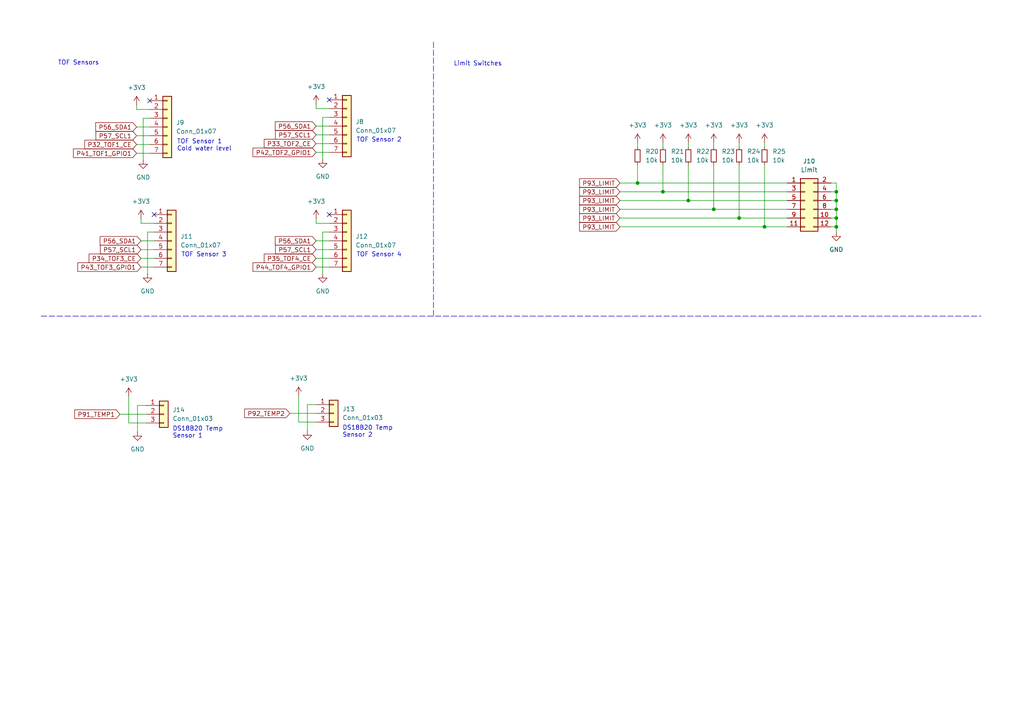
<source format=kicad_sch>
(kicad_sch (version 20211123) (generator eeschema)

  (uuid cde9b67d-606a-4190-9ac0-16a1240d246c)

  (paper "A4")

  (lib_symbols
    (symbol "Connector_Generic:Conn_01x03" (pin_names (offset 1.016) hide) (in_bom yes) (on_board yes)
      (property "Reference" "J" (id 0) (at 0 5.08 0)
        (effects (font (size 1.27 1.27)))
      )
      (property "Value" "Conn_01x03" (id 1) (at 0 -5.08 0)
        (effects (font (size 1.27 1.27)))
      )
      (property "Footprint" "" (id 2) (at 0 0 0)
        (effects (font (size 1.27 1.27)) hide)
      )
      (property "Datasheet" "~" (id 3) (at 0 0 0)
        (effects (font (size 1.27 1.27)) hide)
      )
      (property "ki_keywords" "connector" (id 4) (at 0 0 0)
        (effects (font (size 1.27 1.27)) hide)
      )
      (property "ki_description" "Generic connector, single row, 01x03, script generated (kicad-library-utils/schlib/autogen/connector/)" (id 5) (at 0 0 0)
        (effects (font (size 1.27 1.27)) hide)
      )
      (property "ki_fp_filters" "Connector*:*_1x??_*" (id 6) (at 0 0 0)
        (effects (font (size 1.27 1.27)) hide)
      )
      (symbol "Conn_01x03_1_1"
        (rectangle (start -1.27 -2.413) (end 0 -2.667)
          (stroke (width 0.1524) (type default) (color 0 0 0 0))
          (fill (type none))
        )
        (rectangle (start -1.27 0.127) (end 0 -0.127)
          (stroke (width 0.1524) (type default) (color 0 0 0 0))
          (fill (type none))
        )
        (rectangle (start -1.27 2.667) (end 0 2.413)
          (stroke (width 0.1524) (type default) (color 0 0 0 0))
          (fill (type none))
        )
        (rectangle (start -1.27 3.81) (end 1.27 -3.81)
          (stroke (width 0.254) (type default) (color 0 0 0 0))
          (fill (type background))
        )
        (pin passive line (at -5.08 2.54 0) (length 3.81)
          (name "Pin_1" (effects (font (size 1.27 1.27))))
          (number "1" (effects (font (size 1.27 1.27))))
        )
        (pin passive line (at -5.08 0 0) (length 3.81)
          (name "Pin_2" (effects (font (size 1.27 1.27))))
          (number "2" (effects (font (size 1.27 1.27))))
        )
        (pin passive line (at -5.08 -2.54 0) (length 3.81)
          (name "Pin_3" (effects (font (size 1.27 1.27))))
          (number "3" (effects (font (size 1.27 1.27))))
        )
      )
    )
    (symbol "Connector_Generic:Conn_01x07" (pin_names (offset 1.016) hide) (in_bom yes) (on_board yes)
      (property "Reference" "J" (id 0) (at 0 10.16 0)
        (effects (font (size 1.27 1.27)))
      )
      (property "Value" "Conn_01x07" (id 1) (at 0 -10.16 0)
        (effects (font (size 1.27 1.27)))
      )
      (property "Footprint" "" (id 2) (at 0 0 0)
        (effects (font (size 1.27 1.27)) hide)
      )
      (property "Datasheet" "~" (id 3) (at 0 0 0)
        (effects (font (size 1.27 1.27)) hide)
      )
      (property "ki_keywords" "connector" (id 4) (at 0 0 0)
        (effects (font (size 1.27 1.27)) hide)
      )
      (property "ki_description" "Generic connector, single row, 01x07, script generated (kicad-library-utils/schlib/autogen/connector/)" (id 5) (at 0 0 0)
        (effects (font (size 1.27 1.27)) hide)
      )
      (property "ki_fp_filters" "Connector*:*_1x??_*" (id 6) (at 0 0 0)
        (effects (font (size 1.27 1.27)) hide)
      )
      (symbol "Conn_01x07_1_1"
        (rectangle (start -1.27 -7.493) (end 0 -7.747)
          (stroke (width 0.1524) (type default) (color 0 0 0 0))
          (fill (type none))
        )
        (rectangle (start -1.27 -4.953) (end 0 -5.207)
          (stroke (width 0.1524) (type default) (color 0 0 0 0))
          (fill (type none))
        )
        (rectangle (start -1.27 -2.413) (end 0 -2.667)
          (stroke (width 0.1524) (type default) (color 0 0 0 0))
          (fill (type none))
        )
        (rectangle (start -1.27 0.127) (end 0 -0.127)
          (stroke (width 0.1524) (type default) (color 0 0 0 0))
          (fill (type none))
        )
        (rectangle (start -1.27 2.667) (end 0 2.413)
          (stroke (width 0.1524) (type default) (color 0 0 0 0))
          (fill (type none))
        )
        (rectangle (start -1.27 5.207) (end 0 4.953)
          (stroke (width 0.1524) (type default) (color 0 0 0 0))
          (fill (type none))
        )
        (rectangle (start -1.27 7.747) (end 0 7.493)
          (stroke (width 0.1524) (type default) (color 0 0 0 0))
          (fill (type none))
        )
        (rectangle (start -1.27 8.89) (end 1.27 -8.89)
          (stroke (width 0.254) (type default) (color 0 0 0 0))
          (fill (type background))
        )
        (pin passive line (at -5.08 7.62 0) (length 3.81)
          (name "Pin_1" (effects (font (size 1.27 1.27))))
          (number "1" (effects (font (size 1.27 1.27))))
        )
        (pin passive line (at -5.08 5.08 0) (length 3.81)
          (name "Pin_2" (effects (font (size 1.27 1.27))))
          (number "2" (effects (font (size 1.27 1.27))))
        )
        (pin passive line (at -5.08 2.54 0) (length 3.81)
          (name "Pin_3" (effects (font (size 1.27 1.27))))
          (number "3" (effects (font (size 1.27 1.27))))
        )
        (pin passive line (at -5.08 0 0) (length 3.81)
          (name "Pin_4" (effects (font (size 1.27 1.27))))
          (number "4" (effects (font (size 1.27 1.27))))
        )
        (pin passive line (at -5.08 -2.54 0) (length 3.81)
          (name "Pin_5" (effects (font (size 1.27 1.27))))
          (number "5" (effects (font (size 1.27 1.27))))
        )
        (pin passive line (at -5.08 -5.08 0) (length 3.81)
          (name "Pin_6" (effects (font (size 1.27 1.27))))
          (number "6" (effects (font (size 1.27 1.27))))
        )
        (pin passive line (at -5.08 -7.62 0) (length 3.81)
          (name "Pin_7" (effects (font (size 1.27 1.27))))
          (number "7" (effects (font (size 1.27 1.27))))
        )
      )
    )
    (symbol "Connector_Generic:Conn_02x06_Odd_Even" (pin_names (offset 1.016) hide) (in_bom yes) (on_board yes)
      (property "Reference" "J" (id 0) (at 1.27 7.62 0)
        (effects (font (size 1.27 1.27)))
      )
      (property "Value" "Conn_02x06_Odd_Even" (id 1) (at 1.27 -10.16 0)
        (effects (font (size 1.27 1.27)))
      )
      (property "Footprint" "" (id 2) (at 0 0 0)
        (effects (font (size 1.27 1.27)) hide)
      )
      (property "Datasheet" "~" (id 3) (at 0 0 0)
        (effects (font (size 1.27 1.27)) hide)
      )
      (property "ki_keywords" "connector" (id 4) (at 0 0 0)
        (effects (font (size 1.27 1.27)) hide)
      )
      (property "ki_description" "Generic connector, double row, 02x06, odd/even pin numbering scheme (row 1 odd numbers, row 2 even numbers), script generated (kicad-library-utils/schlib/autogen/connector/)" (id 5) (at 0 0 0)
        (effects (font (size 1.27 1.27)) hide)
      )
      (property "ki_fp_filters" "Connector*:*_2x??_*" (id 6) (at 0 0 0)
        (effects (font (size 1.27 1.27)) hide)
      )
      (symbol "Conn_02x06_Odd_Even_1_1"
        (rectangle (start -1.27 -7.493) (end 0 -7.747)
          (stroke (width 0.1524) (type default) (color 0 0 0 0))
          (fill (type none))
        )
        (rectangle (start -1.27 -4.953) (end 0 -5.207)
          (stroke (width 0.1524) (type default) (color 0 0 0 0))
          (fill (type none))
        )
        (rectangle (start -1.27 -2.413) (end 0 -2.667)
          (stroke (width 0.1524) (type default) (color 0 0 0 0))
          (fill (type none))
        )
        (rectangle (start -1.27 0.127) (end 0 -0.127)
          (stroke (width 0.1524) (type default) (color 0 0 0 0))
          (fill (type none))
        )
        (rectangle (start -1.27 2.667) (end 0 2.413)
          (stroke (width 0.1524) (type default) (color 0 0 0 0))
          (fill (type none))
        )
        (rectangle (start -1.27 5.207) (end 0 4.953)
          (stroke (width 0.1524) (type default) (color 0 0 0 0))
          (fill (type none))
        )
        (rectangle (start -1.27 6.35) (end 3.81 -8.89)
          (stroke (width 0.254) (type default) (color 0 0 0 0))
          (fill (type background))
        )
        (rectangle (start 3.81 -7.493) (end 2.54 -7.747)
          (stroke (width 0.1524) (type default) (color 0 0 0 0))
          (fill (type none))
        )
        (rectangle (start 3.81 -4.953) (end 2.54 -5.207)
          (stroke (width 0.1524) (type default) (color 0 0 0 0))
          (fill (type none))
        )
        (rectangle (start 3.81 -2.413) (end 2.54 -2.667)
          (stroke (width 0.1524) (type default) (color 0 0 0 0))
          (fill (type none))
        )
        (rectangle (start 3.81 0.127) (end 2.54 -0.127)
          (stroke (width 0.1524) (type default) (color 0 0 0 0))
          (fill (type none))
        )
        (rectangle (start 3.81 2.667) (end 2.54 2.413)
          (stroke (width 0.1524) (type default) (color 0 0 0 0))
          (fill (type none))
        )
        (rectangle (start 3.81 5.207) (end 2.54 4.953)
          (stroke (width 0.1524) (type default) (color 0 0 0 0))
          (fill (type none))
        )
        (pin passive line (at -5.08 5.08 0) (length 3.81)
          (name "Pin_1" (effects (font (size 1.27 1.27))))
          (number "1" (effects (font (size 1.27 1.27))))
        )
        (pin passive line (at 7.62 -5.08 180) (length 3.81)
          (name "Pin_10" (effects (font (size 1.27 1.27))))
          (number "10" (effects (font (size 1.27 1.27))))
        )
        (pin passive line (at -5.08 -7.62 0) (length 3.81)
          (name "Pin_11" (effects (font (size 1.27 1.27))))
          (number "11" (effects (font (size 1.27 1.27))))
        )
        (pin passive line (at 7.62 -7.62 180) (length 3.81)
          (name "Pin_12" (effects (font (size 1.27 1.27))))
          (number "12" (effects (font (size 1.27 1.27))))
        )
        (pin passive line (at 7.62 5.08 180) (length 3.81)
          (name "Pin_2" (effects (font (size 1.27 1.27))))
          (number "2" (effects (font (size 1.27 1.27))))
        )
        (pin passive line (at -5.08 2.54 0) (length 3.81)
          (name "Pin_3" (effects (font (size 1.27 1.27))))
          (number "3" (effects (font (size 1.27 1.27))))
        )
        (pin passive line (at 7.62 2.54 180) (length 3.81)
          (name "Pin_4" (effects (font (size 1.27 1.27))))
          (number "4" (effects (font (size 1.27 1.27))))
        )
        (pin passive line (at -5.08 0 0) (length 3.81)
          (name "Pin_5" (effects (font (size 1.27 1.27))))
          (number "5" (effects (font (size 1.27 1.27))))
        )
        (pin passive line (at 7.62 0 180) (length 3.81)
          (name "Pin_6" (effects (font (size 1.27 1.27))))
          (number "6" (effects (font (size 1.27 1.27))))
        )
        (pin passive line (at -5.08 -2.54 0) (length 3.81)
          (name "Pin_7" (effects (font (size 1.27 1.27))))
          (number "7" (effects (font (size 1.27 1.27))))
        )
        (pin passive line (at 7.62 -2.54 180) (length 3.81)
          (name "Pin_8" (effects (font (size 1.27 1.27))))
          (number "8" (effects (font (size 1.27 1.27))))
        )
        (pin passive line (at -5.08 -5.08 0) (length 3.81)
          (name "Pin_9" (effects (font (size 1.27 1.27))))
          (number "9" (effects (font (size 1.27 1.27))))
        )
      )
    )
    (symbol "Device:R_Small" (pin_numbers hide) (pin_names (offset 0.254) hide) (in_bom yes) (on_board yes)
      (property "Reference" "R" (id 0) (at 0.762 0.508 0)
        (effects (font (size 1.27 1.27)) (justify left))
      )
      (property "Value" "R_Small" (id 1) (at 0.762 -1.016 0)
        (effects (font (size 1.27 1.27)) (justify left))
      )
      (property "Footprint" "" (id 2) (at 0 0 0)
        (effects (font (size 1.27 1.27)) hide)
      )
      (property "Datasheet" "~" (id 3) (at 0 0 0)
        (effects (font (size 1.27 1.27)) hide)
      )
      (property "ki_keywords" "R resistor" (id 4) (at 0 0 0)
        (effects (font (size 1.27 1.27)) hide)
      )
      (property "ki_description" "Resistor, small symbol" (id 5) (at 0 0 0)
        (effects (font (size 1.27 1.27)) hide)
      )
      (property "ki_fp_filters" "R_*" (id 6) (at 0 0 0)
        (effects (font (size 1.27 1.27)) hide)
      )
      (symbol "R_Small_0_1"
        (rectangle (start -0.762 1.778) (end 0.762 -1.778)
          (stroke (width 0.2032) (type default) (color 0 0 0 0))
          (fill (type none))
        )
      )
      (symbol "R_Small_1_1"
        (pin passive line (at 0 2.54 270) (length 0.762)
          (name "~" (effects (font (size 1.27 1.27))))
          (number "1" (effects (font (size 1.27 1.27))))
        )
        (pin passive line (at 0 -2.54 90) (length 0.762)
          (name "~" (effects (font (size 1.27 1.27))))
          (number "2" (effects (font (size 1.27 1.27))))
        )
      )
    )
    (symbol "power:+3.3V" (power) (pin_names (offset 0)) (in_bom yes) (on_board yes)
      (property "Reference" "#PWR" (id 0) (at 0 -3.81 0)
        (effects (font (size 1.27 1.27)) hide)
      )
      (property "Value" "+3.3V" (id 1) (at 0 3.556 0)
        (effects (font (size 1.27 1.27)))
      )
      (property "Footprint" "" (id 2) (at 0 0 0)
        (effects (font (size 1.27 1.27)) hide)
      )
      (property "Datasheet" "" (id 3) (at 0 0 0)
        (effects (font (size 1.27 1.27)) hide)
      )
      (property "ki_keywords" "power-flag" (id 4) (at 0 0 0)
        (effects (font (size 1.27 1.27)) hide)
      )
      (property "ki_description" "Power symbol creates a global label with name \"+3.3V\"" (id 5) (at 0 0 0)
        (effects (font (size 1.27 1.27)) hide)
      )
      (symbol "+3.3V_0_1"
        (polyline
          (pts
            (xy -0.762 1.27)
            (xy 0 2.54)
          )
          (stroke (width 0) (type default) (color 0 0 0 0))
          (fill (type none))
        )
        (polyline
          (pts
            (xy 0 0)
            (xy 0 2.54)
          )
          (stroke (width 0) (type default) (color 0 0 0 0))
          (fill (type none))
        )
        (polyline
          (pts
            (xy 0 2.54)
            (xy 0.762 1.27)
          )
          (stroke (width 0) (type default) (color 0 0 0 0))
          (fill (type none))
        )
      )
      (symbol "+3.3V_1_1"
        (pin power_in line (at 0 0 90) (length 0) hide
          (name "+3V3" (effects (font (size 1.27 1.27))))
          (number "1" (effects (font (size 1.27 1.27))))
        )
      )
    )
    (symbol "power:GND" (power) (pin_names (offset 0)) (in_bom yes) (on_board yes)
      (property "Reference" "#PWR" (id 0) (at 0 -6.35 0)
        (effects (font (size 1.27 1.27)) hide)
      )
      (property "Value" "GND" (id 1) (at 0 -3.81 0)
        (effects (font (size 1.27 1.27)))
      )
      (property "Footprint" "" (id 2) (at 0 0 0)
        (effects (font (size 1.27 1.27)) hide)
      )
      (property "Datasheet" "" (id 3) (at 0 0 0)
        (effects (font (size 1.27 1.27)) hide)
      )
      (property "ki_keywords" "power-flag" (id 4) (at 0 0 0)
        (effects (font (size 1.27 1.27)) hide)
      )
      (property "ki_description" "Power symbol creates a global label with name \"GND\" , ground" (id 5) (at 0 0 0)
        (effects (font (size 1.27 1.27)) hide)
      )
      (symbol "GND_0_1"
        (polyline
          (pts
            (xy 0 0)
            (xy 0 -1.27)
            (xy 1.27 -1.27)
            (xy 0 -2.54)
            (xy -1.27 -1.27)
            (xy 0 -1.27)
          )
          (stroke (width 0) (type default) (color 0 0 0 0))
          (fill (type none))
        )
      )
      (symbol "GND_1_1"
        (pin power_in line (at 0 0 270) (length 0) hide
          (name "GND" (effects (font (size 1.27 1.27))))
          (number "1" (effects (font (size 1.27 1.27))))
        )
      )
    )
  )

  (junction (at 184.912 53.086) (diameter 0) (color 0 0 0 0)
    (uuid 043e80f0-d383-4ce8-a49c-fb0d3ad61584)
  )
  (junction (at 242.57 58.166) (diameter 0) (color 0 0 0 0)
    (uuid 16a7ae0c-f59f-4c93-9190-da5f35bfdf12)
  )
  (junction (at 214.376 63.246) (diameter 0) (color 0 0 0 0)
    (uuid 7f4966bf-e64e-41ae-838a-819043bcec13)
  )
  (junction (at 192.278 55.626) (diameter 0) (color 0 0 0 0)
    (uuid 8a637a44-1041-4436-86e5-21773cae7ec7)
  )
  (junction (at 207.01 60.706) (diameter 0) (color 0 0 0 0)
    (uuid 8abbe09a-28d4-49e2-be4a-46aed9a112f4)
  )
  (junction (at 242.57 60.706) (diameter 0) (color 0 0 0 0)
    (uuid 8e0737f5-7ffc-49c3-ac10-ab0674a4f078)
  )
  (junction (at 242.57 63.246) (diameter 0) (color 0 0 0 0)
    (uuid b8963ed9-3703-45a9-b466-1ae2058587eb)
  )
  (junction (at 242.57 65.786) (diameter 0) (color 0 0 0 0)
    (uuid bb28af07-2613-4719-8da2-98c54932515f)
  )
  (junction (at 199.644 58.166) (diameter 0) (color 0 0 0 0)
    (uuid d0c83b1c-1e14-4d0a-942a-3f8c4dc9a2d0)
  )
  (junction (at 221.742 65.786) (diameter 0) (color 0 0 0 0)
    (uuid e2edbf2e-7178-463d-9e62-b4fe94899bc0)
  )
  (junction (at 242.57 55.626) (diameter 0) (color 0 0 0 0)
    (uuid e81a0a0a-c31e-42cd-abbe-5c5a613b001e)
  )

  (no_connect (at 44.704 62.23) (uuid 6fad49d6-cf8b-4197-a88c-f59e0baf3eda))
  (no_connect (at 95.504 62.23) (uuid 8dc116dc-c704-48e6-8e4e-51b4dd80e3e4))
  (no_connect (at 43.434 29.21) (uuid b5425e24-95b7-4c86-b8c5-c524597b99a7))
  (no_connect (at 95.504 28.956) (uuid c91dc1e9-6db0-4d02-9a75-0636193aead6))

  (wire (pts (xy 242.57 55.626) (xy 242.57 58.166))
    (stroke (width 0) (type default) (color 0 0 0 0))
    (uuid 06f3195f-df02-45da-87cb-90e72b46d460)
  )
  (wire (pts (xy 41.529 46.355) (xy 41.529 34.29))
    (stroke (width 0) (type default) (color 0 0 0 0))
    (uuid 07e42061-a1df-4341-83c1-e7cfbcdc4a4d)
  )
  (wire (pts (xy 89.154 117.348) (xy 89.154 124.968))
    (stroke (width 0) (type default) (color 0 0 0 0))
    (uuid 0a15726e-ad9e-460f-a0bb-204a9a8b74ba)
  )
  (wire (pts (xy 41.529 34.29) (xy 43.434 34.29))
    (stroke (width 0) (type default) (color 0 0 0 0))
    (uuid 12d29b71-3455-4bfb-85dd-68b9368494c5)
  )
  (wire (pts (xy 91.694 31.496) (xy 91.694 30.226))
    (stroke (width 0) (type default) (color 0 0 0 0))
    (uuid 15b4fe75-85ab-46b8-a68b-cd2a6d2071d0)
  )
  (wire (pts (xy 242.57 60.706) (xy 242.57 63.246))
    (stroke (width 0) (type default) (color 0 0 0 0))
    (uuid 164f8a12-df74-4bdc-b27d-f39fc9bd6191)
  )
  (wire (pts (xy 179.832 60.706) (xy 207.01 60.706))
    (stroke (width 0) (type default) (color 0 0 0 0))
    (uuid 1cbef65a-c31e-4109-9352-d7b0e96ba9bf)
  )
  (wire (pts (xy 184.912 41.402) (xy 184.912 42.672))
    (stroke (width 0) (type default) (color 0 0 0 0))
    (uuid 1e268f2a-6b14-4c39-95ac-75848b7a8af5)
  )
  (wire (pts (xy 84.074 119.888) (xy 91.694 119.888))
    (stroke (width 0) (type default) (color 0 0 0 0))
    (uuid 1eb66883-d642-4560-9be4-b74ea5192efb)
  )
  (wire (pts (xy 242.57 63.246) (xy 242.57 65.786))
    (stroke (width 0) (type default) (color 0 0 0 0))
    (uuid 1f23c983-ad43-43cf-888c-6e1a0a449824)
  )
  (wire (pts (xy 199.644 58.166) (xy 228.346 58.166))
    (stroke (width 0) (type default) (color 0 0 0 0))
    (uuid 24b1b784-0f7a-45a2-8359-b6affa5de739)
  )
  (wire (pts (xy 91.694 36.576) (xy 95.504 36.576))
    (stroke (width 0) (type default) (color 0 0 0 0))
    (uuid 282ccf7f-42e4-4614-bd53-9fc7c5b73191)
  )
  (wire (pts (xy 207.01 41.402) (xy 207.01 42.672))
    (stroke (width 0) (type default) (color 0 0 0 0))
    (uuid 28ac9882-2780-41e7-83fb-a133cd999690)
  )
  (wire (pts (xy 91.694 122.428) (xy 86.614 122.428))
    (stroke (width 0) (type default) (color 0 0 0 0))
    (uuid 29a0804f-16fc-47df-9b61-2e1ae9c6cafb)
  )
  (wire (pts (xy 34.798 120.142) (xy 42.418 120.142))
    (stroke (width 0) (type default) (color 0 0 0 0))
    (uuid 2a4e6766-aaa6-432c-a3f1-cf167dfe0b0d)
  )
  (wire (pts (xy 93.599 79.375) (xy 93.599 67.31))
    (stroke (width 0) (type default) (color 0 0 0 0))
    (uuid 2a70284b-f6e4-4364-98ec-df893f2522fa)
  )
  (wire (pts (xy 42.799 79.375) (xy 42.799 67.31))
    (stroke (width 0) (type default) (color 0 0 0 0))
    (uuid 2ed6eb16-2a2e-4b33-ace9-e844c664dc85)
  )
  (wire (pts (xy 40.894 64.77) (xy 44.704 64.77))
    (stroke (width 0) (type default) (color 0 0 0 0))
    (uuid 33910a34-1508-40ec-8a40-4a718b63091e)
  )
  (wire (pts (xy 241.046 63.246) (xy 242.57 63.246))
    (stroke (width 0) (type default) (color 0 0 0 0))
    (uuid 36d889eb-7cd0-41b2-a947-e9f9146b35f2)
  )
  (wire (pts (xy 241.046 55.626) (xy 242.57 55.626))
    (stroke (width 0) (type default) (color 0 0 0 0))
    (uuid 36e4c463-3e85-436f-aaa4-84772984177c)
  )
  (wire (pts (xy 221.742 41.402) (xy 221.742 42.672))
    (stroke (width 0) (type default) (color 0 0 0 0))
    (uuid 3a4752a6-d0f5-4e41-bf51-fe7f40174ba2)
  )
  (wire (pts (xy 40.894 74.93) (xy 44.704 74.93))
    (stroke (width 0) (type default) (color 0 0 0 0))
    (uuid 3ac74045-afa4-4542-8037-cd03c60497b4)
  )
  (wire (pts (xy 179.832 55.626) (xy 192.278 55.626))
    (stroke (width 0) (type default) (color 0 0 0 0))
    (uuid 3c43f647-7f91-48c1-86e0-b31ce0a759c2)
  )
  (wire (pts (xy 93.599 67.31) (xy 95.504 67.31))
    (stroke (width 0) (type default) (color 0 0 0 0))
    (uuid 3e1f8527-d6e7-4cc5-92ec-b88af26c23ae)
  )
  (wire (pts (xy 199.644 47.752) (xy 199.644 58.166))
    (stroke (width 0) (type default) (color 0 0 0 0))
    (uuid 3fbc228a-b666-4e9a-9884-a4284234f583)
  )
  (wire (pts (xy 199.644 41.402) (xy 199.644 42.672))
    (stroke (width 0) (type default) (color 0 0 0 0))
    (uuid 469a3993-846d-438f-8591-06c61f066635)
  )
  (wire (pts (xy 39.624 31.75) (xy 39.624 30.48))
    (stroke (width 0) (type default) (color 0 0 0 0))
    (uuid 471aa9ef-61e4-436f-9bd3-a7d14b8783ae)
  )
  (wire (pts (xy 214.376 47.752) (xy 214.376 63.246))
    (stroke (width 0) (type default) (color 0 0 0 0))
    (uuid 4a60b3c1-b71c-4c58-b2bc-0507afbf24d4)
  )
  (wire (pts (xy 184.912 47.752) (xy 184.912 53.086))
    (stroke (width 0) (type default) (color 0 0 0 0))
    (uuid 4e23b6f2-a30c-403a-bf67-fe3252f32b23)
  )
  (wire (pts (xy 241.046 65.786) (xy 242.57 65.786))
    (stroke (width 0) (type default) (color 0 0 0 0))
    (uuid 4ed71c88-3a99-48c0-a596-ca10c8e5aaa7)
  )
  (wire (pts (xy 91.694 117.348) (xy 89.154 117.348))
    (stroke (width 0) (type default) (color 0 0 0 0))
    (uuid 4fe75acf-4538-4812-9654-d0e906f28b33)
  )
  (wire (pts (xy 39.624 44.45) (xy 43.434 44.45))
    (stroke (width 0) (type default) (color 0 0 0 0))
    (uuid 50931027-2cda-4a4a-8b98-88b7711c7d75)
  )
  (wire (pts (xy 42.418 117.602) (xy 39.878 117.602))
    (stroke (width 0) (type default) (color 0 0 0 0))
    (uuid 53a4fa21-e6f4-4a82-8d6c-0f5aaf0f487e)
  )
  (wire (pts (xy 179.832 58.166) (xy 199.644 58.166))
    (stroke (width 0) (type default) (color 0 0 0 0))
    (uuid 54b86d96-c566-4d87-83cc-ab5747fcc995)
  )
  (wire (pts (xy 179.832 65.786) (xy 221.742 65.786))
    (stroke (width 0) (type default) (color 0 0 0 0))
    (uuid 56913bfc-3585-478b-a4c1-bc041781ba95)
  )
  (wire (pts (xy 221.742 47.752) (xy 221.742 65.786))
    (stroke (width 0) (type default) (color 0 0 0 0))
    (uuid 5e34f27b-0ca2-4916-8c38-0ddd4bcc20ac)
  )
  (wire (pts (xy 241.046 58.166) (xy 242.57 58.166))
    (stroke (width 0) (type default) (color 0 0 0 0))
    (uuid 5edb8504-8cd8-4a2b-b48c-aa3d0c19ec8d)
  )
  (wire (pts (xy 40.894 69.85) (xy 44.704 69.85))
    (stroke (width 0) (type default) (color 0 0 0 0))
    (uuid 631315b2-52d4-412b-81b2-06e9d92ecf0d)
  )
  (polyline (pts (xy 126.238 91.694) (xy 284.48 91.694))
    (stroke (width 0) (type default) (color 0 0 0 0))
    (uuid 633c922d-31dd-4e47-be63-42c5e4890943)
  )

  (wire (pts (xy 91.694 44.196) (xy 95.504 44.196))
    (stroke (width 0) (type default) (color 0 0 0 0))
    (uuid 64c03a28-2e71-4cf1-b7b7-ea0bbb76b89e)
  )
  (wire (pts (xy 192.278 41.402) (xy 192.278 42.672))
    (stroke (width 0) (type default) (color 0 0 0 0))
    (uuid 66f7b431-676c-4e0b-9861-fb916490603e)
  )
  (wire (pts (xy 242.57 53.086) (xy 242.57 55.626))
    (stroke (width 0) (type default) (color 0 0 0 0))
    (uuid 69387aca-7458-4d59-b034-bf0fa0b92155)
  )
  (wire (pts (xy 221.742 65.786) (xy 228.346 65.786))
    (stroke (width 0) (type default) (color 0 0 0 0))
    (uuid 6d183b05-4fb9-4c4c-a889-ee272fe45fb5)
  )
  (wire (pts (xy 179.832 53.086) (xy 184.912 53.086))
    (stroke (width 0) (type default) (color 0 0 0 0))
    (uuid 6f3d842d-3d19-4dc3-be0c-e8227d4a0c5f)
  )
  (wire (pts (xy 214.376 41.402) (xy 214.376 42.672))
    (stroke (width 0) (type default) (color 0 0 0 0))
    (uuid 72e6869b-8506-4f5e-89e7-5e0729d535eb)
  )
  (polyline (pts (xy 125.73 12.192) (xy 125.73 91.694))
    (stroke (width 0) (type default) (color 0 0 0 0))
    (uuid 73d23959-49ae-4b2d-9afb-c958a0b699c2)
  )

  (wire (pts (xy 241.046 53.086) (xy 242.57 53.086))
    (stroke (width 0) (type default) (color 0 0 0 0))
    (uuid 74198ee2-3953-4077-b5d4-f56fe3c924af)
  )
  (polyline (pts (xy 11.938 91.694) (xy 125.73 91.694))
    (stroke (width 0) (type default) (color 0 0 0 0))
    (uuid 7609ed3c-91cb-4c70-a2ce-fdccee63cc1f)
  )

  (wire (pts (xy 39.624 31.75) (xy 43.434 31.75))
    (stroke (width 0) (type default) (color 0 0 0 0))
    (uuid 82fdb403-e63b-4119-a1bb-14b87e7b9a44)
  )
  (wire (pts (xy 91.694 39.116) (xy 95.504 39.116))
    (stroke (width 0) (type default) (color 0 0 0 0))
    (uuid 88db0f04-f780-4a2d-848b-74f6e118167c)
  )
  (wire (pts (xy 40.894 77.47) (xy 44.704 77.47))
    (stroke (width 0) (type default) (color 0 0 0 0))
    (uuid 89fccc15-e7b6-4487-a46e-a1f9ca8e307c)
  )
  (wire (pts (xy 207.01 60.706) (xy 228.346 60.706))
    (stroke (width 0) (type default) (color 0 0 0 0))
    (uuid 8b48e7fb-8906-49ef-8c54-cb84e09e7eba)
  )
  (wire (pts (xy 39.624 41.91) (xy 43.434 41.91))
    (stroke (width 0) (type default) (color 0 0 0 0))
    (uuid 920c3bfd-7979-4654-b4d5-31c9a4db5cf4)
  )
  (wire (pts (xy 192.278 47.752) (xy 192.278 55.626))
    (stroke (width 0) (type default) (color 0 0 0 0))
    (uuid 933d7f57-c08f-4e77-a3e8-226d3fdec3d3)
  )
  (wire (pts (xy 37.338 122.682) (xy 37.338 115.062))
    (stroke (width 0) (type default) (color 0 0 0 0))
    (uuid 9f6637f6-ad43-43d3-af99-dd5366c716f5)
  )
  (wire (pts (xy 91.694 72.39) (xy 95.504 72.39))
    (stroke (width 0) (type default) (color 0 0 0 0))
    (uuid 9fc957c8-4faf-4f98-80e2-1301a4a847d5)
  )
  (wire (pts (xy 93.599 46.101) (xy 93.599 34.036))
    (stroke (width 0) (type default) (color 0 0 0 0))
    (uuid a0b20035-232d-4d67-baf9-914750296e21)
  )
  (wire (pts (xy 242.57 58.166) (xy 242.57 60.706))
    (stroke (width 0) (type default) (color 0 0 0 0))
    (uuid a5f69ca6-573e-4855-ab3f-84de4f65ad3d)
  )
  (wire (pts (xy 91.694 77.47) (xy 95.504 77.47))
    (stroke (width 0) (type default) (color 0 0 0 0))
    (uuid a8125aff-3482-4ab3-8da7-a870a1c7f5d0)
  )
  (wire (pts (xy 86.614 122.428) (xy 86.614 114.808))
    (stroke (width 0) (type default) (color 0 0 0 0))
    (uuid ae0eea95-8cba-4b4d-a3d5-849a3ef9d4dd)
  )
  (wire (pts (xy 192.278 55.626) (xy 228.346 55.626))
    (stroke (width 0) (type default) (color 0 0 0 0))
    (uuid b18c17b0-9d84-456d-944d-3afe050eea4c)
  )
  (wire (pts (xy 184.912 53.086) (xy 228.346 53.086))
    (stroke (width 0) (type default) (color 0 0 0 0))
    (uuid b205cd03-34be-46b5-ab1c-d6ac673b3385)
  )
  (wire (pts (xy 179.832 63.246) (xy 214.376 63.246))
    (stroke (width 0) (type default) (color 0 0 0 0))
    (uuid b21febc1-1909-49d6-bedf-92d04563bf89)
  )
  (wire (pts (xy 40.894 64.77) (xy 40.894 63.5))
    (stroke (width 0) (type default) (color 0 0 0 0))
    (uuid b2269b42-b730-4d8a-b5e9-0d1730080673)
  )
  (wire (pts (xy 241.046 60.706) (xy 242.57 60.706))
    (stroke (width 0) (type default) (color 0 0 0 0))
    (uuid b3022a60-0bf5-43a8-b396-07486e3d19b7)
  )
  (wire (pts (xy 42.418 122.682) (xy 37.338 122.682))
    (stroke (width 0) (type default) (color 0 0 0 0))
    (uuid bd23ed1f-6210-4410-a92b-c9c1913ff2f4)
  )
  (wire (pts (xy 39.624 36.83) (xy 43.434 36.83))
    (stroke (width 0) (type default) (color 0 0 0 0))
    (uuid bee40efc-9bbc-4dbb-ae29-211eec6e191e)
  )
  (wire (pts (xy 91.694 69.85) (xy 95.504 69.85))
    (stroke (width 0) (type default) (color 0 0 0 0))
    (uuid c0858477-1415-4849-a046-0fb1a0f5d5d6)
  )
  (wire (pts (xy 93.599 34.036) (xy 95.504 34.036))
    (stroke (width 0) (type default) (color 0 0 0 0))
    (uuid c095209d-4ca2-47f0-b234-698c0c7627fb)
  )
  (wire (pts (xy 91.694 64.77) (xy 95.504 64.77))
    (stroke (width 0) (type default) (color 0 0 0 0))
    (uuid c6a947b0-2d2d-44db-93e2-d34a2342f21b)
  )
  (wire (pts (xy 42.799 67.31) (xy 44.704 67.31))
    (stroke (width 0) (type default) (color 0 0 0 0))
    (uuid cc5c50fd-48dc-4674-a0fb-389c554a27fa)
  )
  (wire (pts (xy 39.624 39.37) (xy 43.434 39.37))
    (stroke (width 0) (type default) (color 0 0 0 0))
    (uuid d00c47b5-7a80-487f-95e7-17ec253b142d)
  )
  (wire (pts (xy 214.376 63.246) (xy 228.346 63.246))
    (stroke (width 0) (type default) (color 0 0 0 0))
    (uuid d078432d-b56e-48b7-9cc4-5b4ca3075954)
  )
  (wire (pts (xy 242.57 65.786) (xy 242.57 67.31))
    (stroke (width 0) (type default) (color 0 0 0 0))
    (uuid d4747c8d-44f5-4858-a80e-6de7281ce712)
  )
  (wire (pts (xy 207.01 47.752) (xy 207.01 60.706))
    (stroke (width 0) (type default) (color 0 0 0 0))
    (uuid d5472a80-ad33-461d-acc1-bac80c9d585d)
  )
  (wire (pts (xy 91.694 31.496) (xy 95.504 31.496))
    (stroke (width 0) (type default) (color 0 0 0 0))
    (uuid e28ec2d9-bfa1-476c-947f-8384203a6620)
  )
  (wire (pts (xy 91.694 41.656) (xy 95.504 41.656))
    (stroke (width 0) (type default) (color 0 0 0 0))
    (uuid e40136ac-2a73-4ef7-8954-c5f48c69065f)
  )
  (wire (pts (xy 39.878 117.602) (xy 39.878 125.222))
    (stroke (width 0) (type default) (color 0 0 0 0))
    (uuid e660d253-5795-40f9-9dd0-56e35342d9a7)
  )
  (wire (pts (xy 40.894 72.39) (xy 44.704 72.39))
    (stroke (width 0) (type default) (color 0 0 0 0))
    (uuid ed4ab2e4-039b-4500-bf61-dbd1c168b1cd)
  )
  (wire (pts (xy 91.694 74.93) (xy 95.504 74.93))
    (stroke (width 0) (type default) (color 0 0 0 0))
    (uuid f84a8eff-788d-440a-a97f-43a63825c617)
  )
  (wire (pts (xy 91.694 64.77) (xy 91.694 63.5))
    (stroke (width 0) (type default) (color 0 0 0 0))
    (uuid fc0459d1-0804-4bf6-8890-7ffe710f9f7c)
  )

  (text "TOF Sensor 4" (at 103.378 74.676 0)
    (effects (font (size 1.27 1.27)) (justify left bottom))
    (uuid 03dc16e4-fb32-4495-8af9-7691eb3e6a8b)
  )
  (text "TOF Sensors" (at 16.764 19.05 0)
    (effects (font (size 1.27 1.27)) (justify left bottom))
    (uuid 051228b3-8445-44d2-954a-c91f8ad44394)
  )
  (text "TOF Sensor 1\nCold water level" (at 51.308 43.942 0)
    (effects (font (size 1.27 1.27)) (justify left bottom))
    (uuid 1fbc015d-793d-495f-b58e-f468c98d71f6)
  )
  (text "TOF Sensor 2" (at 103.378 41.402 0)
    (effects (font (size 1.27 1.27)) (justify left bottom))
    (uuid 3288c8bc-1d5a-44c3-94b9-a0b4ebd312f1)
  )
  (text "TOF Sensor 3" (at 52.578 74.676 0)
    (effects (font (size 1.27 1.27)) (justify left bottom))
    (uuid 572afd87-1bb2-4d9b-9e86-49d78d24098b)
  )
  (text "DS18B20 Temp\nSensor 2" (at 99.314 127 0)
    (effects (font (size 1.27 1.27)) (justify left bottom))
    (uuid 69b07a6c-2978-4714-8c26-5095a24ad9e9)
  )
  (text "DS18B20 Temp\nSensor 1" (at 50.038 127.254 0)
    (effects (font (size 1.27 1.27)) (justify left bottom))
    (uuid b8886f59-0254-427f-b1a2-44ea88827799)
  )
  (text "Limit Switches" (at 131.572 19.304 0)
    (effects (font (size 1.27 1.27)) (justify left bottom))
    (uuid e6f2ccf6-1662-4dbd-97a4-305c963a8b63)
  )

  (global_label "P57_SCL1" (shape input) (at 91.694 39.116 180) (fields_autoplaced)
    (effects (font (size 1.27 1.27)) (justify right))
    (uuid 09d351ea-6dc1-4b93-a59b-6624477b511f)
    (property "Intersheet References" "${INTERSHEET_REFS}" (id 0) (at 79.9071 39.0366 0)
      (effects (font (size 1.27 1.27)) (justify right) hide)
    )
  )
  (global_label "P42_TOF2_GPIO1" (shape input) (at 91.694 44.196 180) (fields_autoplaced)
    (effects (font (size 1.27 1.27)) (justify right))
    (uuid 102dbdfb-9f42-4ec7-9dd2-7d81a9ad3519)
    (property "Intersheet References" "${INTERSHEET_REFS}" (id 0) (at 73.3757 44.1166 0)
      (effects (font (size 1.27 1.27)) (justify right) hide)
    )
  )
  (global_label "P93_LIMIT" (shape input) (at 179.832 60.706 180) (fields_autoplaced)
    (effects (font (size 1.27 1.27)) (justify right))
    (uuid 149d6939-bb1f-4ded-bcb8-fb924d010f61)
    (property "Intersheet References" "${INTERSHEET_REFS}" (id 0) (at 168.1056 60.6266 0)
      (effects (font (size 1.27 1.27)) (justify right) hide)
    )
  )
  (global_label "P56_SDA1" (shape input) (at 39.624 36.83 180) (fields_autoplaced)
    (effects (font (size 1.27 1.27)) (justify right))
    (uuid 3b6616ff-744f-4ae4-983e-9e04495445c1)
    (property "Intersheet References" "${INTERSHEET_REFS}" (id 0) (at 27.7766 36.7506 0)
      (effects (font (size 1.27 1.27)) (justify right) hide)
    )
  )
  (global_label "P56_SDA1" (shape input) (at 40.894 69.85 180) (fields_autoplaced)
    (effects (font (size 1.27 1.27)) (justify right))
    (uuid 47864ba0-4fad-463d-a0ba-f64239e0bae2)
    (property "Intersheet References" "${INTERSHEET_REFS}" (id 0) (at 29.0466 69.7706 0)
      (effects (font (size 1.27 1.27)) (justify right) hide)
    )
  )
  (global_label "P56_SDA1" (shape input) (at 91.694 69.85 180) (fields_autoplaced)
    (effects (font (size 1.27 1.27)) (justify right))
    (uuid 48f6c59f-bdd9-4d22-be56-dc667df7a39c)
    (property "Intersheet References" "${INTERSHEET_REFS}" (id 0) (at 79.8466 69.7706 0)
      (effects (font (size 1.27 1.27)) (justify right) hide)
    )
  )
  (global_label "P34_TOF3_CE" (shape input) (at 40.894 74.93 180) (fields_autoplaced)
    (effects (font (size 1.27 1.27)) (justify right))
    (uuid 4df507d1-463a-4cf6-b8b4-2c9362944554)
    (property "Intersheet References" "${INTERSHEET_REFS}" (id 0) (at 25.8414 74.8506 0)
      (effects (font (size 1.27 1.27)) (justify right) hide)
    )
  )
  (global_label "P43_TOF3_GPIO1" (shape input) (at 40.894 77.47 180) (fields_autoplaced)
    (effects (font (size 1.27 1.27)) (justify right))
    (uuid 54f25457-dab7-472f-886c-af30675c5502)
    (property "Intersheet References" "${INTERSHEET_REFS}" (id 0) (at 22.5757 77.3906 0)
      (effects (font (size 1.27 1.27)) (justify right) hide)
    )
  )
  (global_label "P35_TOF4_CE" (shape input) (at 91.694 74.93 180) (fields_autoplaced)
    (effects (font (size 1.27 1.27)) (justify right))
    (uuid 5c5f9c50-a207-42ee-a918-6a04a055cc76)
    (property "Intersheet References" "${INTERSHEET_REFS}" (id 0) (at 76.6414 74.8506 0)
      (effects (font (size 1.27 1.27)) (justify right) hide)
    )
  )
  (global_label "P56_SDA1" (shape input) (at 91.694 36.576 180) (fields_autoplaced)
    (effects (font (size 1.27 1.27)) (justify right))
    (uuid 62fc07fc-4e72-4bd8-85a8-afd7eb169ff5)
    (property "Intersheet References" "${INTERSHEET_REFS}" (id 0) (at 79.8466 36.4966 0)
      (effects (font (size 1.27 1.27)) (justify right) hide)
    )
  )
  (global_label "P44_TOF4_GPIO1" (shape input) (at 91.694 77.47 180) (fields_autoplaced)
    (effects (font (size 1.27 1.27)) (justify right))
    (uuid 6b6a1569-cf61-4244-bbf1-f9376d44fe5e)
    (property "Intersheet References" "${INTERSHEET_REFS}" (id 0) (at 73.3757 77.3906 0)
      (effects (font (size 1.27 1.27)) (justify right) hide)
    )
  )
  (global_label "P93_LIMIT" (shape input) (at 179.832 63.246 180) (fields_autoplaced)
    (effects (font (size 1.27 1.27)) (justify right))
    (uuid 6e38867a-90cb-49a5-8f59-b2a92dc2bb29)
    (property "Intersheet References" "${INTERSHEET_REFS}" (id 0) (at 168.1056 63.1666 0)
      (effects (font (size 1.27 1.27)) (justify right) hide)
    )
  )
  (global_label "P92_TEMP2" (shape input) (at 84.074 119.888 180) (fields_autoplaced)
    (effects (font (size 1.27 1.27)) (justify right))
    (uuid 784606e9-0c08-467d-bba9-61b3093c95e8)
    (property "Intersheet References" "${INTERSHEET_REFS}" (id 0) (at 70.9566 119.8086 0)
      (effects (font (size 1.27 1.27)) (justify right) hide)
    )
  )
  (global_label "P57_SCL1" (shape input) (at 40.894 72.39 180) (fields_autoplaced)
    (effects (font (size 1.27 1.27)) (justify right))
    (uuid 7c7d2e94-f94b-436c-90a6-c5ecd1e26091)
    (property "Intersheet References" "${INTERSHEET_REFS}" (id 0) (at 29.1071 72.3106 0)
      (effects (font (size 1.27 1.27)) (justify right) hide)
    )
  )
  (global_label "P91_TEMP1" (shape input) (at 34.798 120.142 180) (fields_autoplaced)
    (effects (font (size 1.27 1.27)) (justify right))
    (uuid 8dec6220-231f-437f-a354-6cd37b99692e)
    (property "Intersheet References" "${INTERSHEET_REFS}" (id 0) (at 21.6806 120.0626 0)
      (effects (font (size 1.27 1.27)) (justify right) hide)
    )
  )
  (global_label "P32_TOF1_CE" (shape input) (at 39.624 41.91 180) (fields_autoplaced)
    (effects (font (size 1.27 1.27)) (justify right))
    (uuid a549f4f0-1df7-4d34-96e0-0a99ebe66035)
    (property "Intersheet References" "${INTERSHEET_REFS}" (id 0) (at 24.5714 41.8306 0)
      (effects (font (size 1.27 1.27)) (justify right) hide)
    )
  )
  (global_label "P57_SCL1" (shape input) (at 91.694 72.39 180) (fields_autoplaced)
    (effects (font (size 1.27 1.27)) (justify right))
    (uuid c0bf62e7-a60a-4bb3-b34a-2daf337582f5)
    (property "Intersheet References" "${INTERSHEET_REFS}" (id 0) (at 79.9071 72.3106 0)
      (effects (font (size 1.27 1.27)) (justify right) hide)
    )
  )
  (global_label "P93_LIMIT" (shape input) (at 179.832 58.166 180) (fields_autoplaced)
    (effects (font (size 1.27 1.27)) (justify right))
    (uuid c27ed297-6d8f-467d-af9e-9db396320613)
    (property "Intersheet References" "${INTERSHEET_REFS}" (id 0) (at 168.1056 58.0866 0)
      (effects (font (size 1.27 1.27)) (justify right) hide)
    )
  )
  (global_label "P93_LIMIT" (shape input) (at 179.832 55.626 180) (fields_autoplaced)
    (effects (font (size 1.27 1.27)) (justify right))
    (uuid cbb82c83-18ba-4e2a-8e77-2b136a478da2)
    (property "Intersheet References" "${INTERSHEET_REFS}" (id 0) (at 168.1056 55.5466 0)
      (effects (font (size 1.27 1.27)) (justify right) hide)
    )
  )
  (global_label "P57_SCL1" (shape input) (at 39.624 39.37 180) (fields_autoplaced)
    (effects (font (size 1.27 1.27)) (justify right))
    (uuid cf262dc7-f552-4782-95a9-2be0fb89daec)
    (property "Intersheet References" "${INTERSHEET_REFS}" (id 0) (at 27.8371 39.2906 0)
      (effects (font (size 1.27 1.27)) (justify right) hide)
    )
  )
  (global_label "P41_TOF1_GPIO1" (shape input) (at 39.624 44.45 180) (fields_autoplaced)
    (effects (font (size 1.27 1.27)) (justify right))
    (uuid e988eed1-2801-4974-9173-909d5fe27d6a)
    (property "Intersheet References" "${INTERSHEET_REFS}" (id 0) (at 21.3057 44.3706 0)
      (effects (font (size 1.27 1.27)) (justify right) hide)
    )
  )
  (global_label "P33_TOF2_CE" (shape input) (at 91.694 41.656 180) (fields_autoplaced)
    (effects (font (size 1.27 1.27)) (justify right))
    (uuid eec38e69-1cdd-4b5b-af4a-148e98cb9b84)
    (property "Intersheet References" "${INTERSHEET_REFS}" (id 0) (at 76.6414 41.5766 0)
      (effects (font (size 1.27 1.27)) (justify right) hide)
    )
  )
  (global_label "P93_LIMIT" (shape input) (at 179.832 65.786 180) (fields_autoplaced)
    (effects (font (size 1.27 1.27)) (justify right))
    (uuid f30a3ae8-19ad-4917-9855-c07746595fa6)
    (property "Intersheet References" "${INTERSHEET_REFS}" (id 0) (at 168.1056 65.7066 0)
      (effects (font (size 1.27 1.27)) (justify right) hide)
    )
  )
  (global_label "P93_LIMIT" (shape input) (at 179.832 53.086 180) (fields_autoplaced)
    (effects (font (size 1.27 1.27)) (justify right))
    (uuid f8ffb27a-b298-4db6-a4a8-e9c7149389ea)
    (property "Intersheet References" "${INTERSHEET_REFS}" (id 0) (at 168.1056 53.0066 0)
      (effects (font (size 1.27 1.27)) (justify right) hide)
    )
  )

  (symbol (lib_id "Device:R_Small") (at 184.912 45.212 0) (unit 1)
    (in_bom yes) (on_board yes) (fields_autoplaced)
    (uuid 08053e9c-efbf-4a4f-96f8-679e1f451800)
    (property "Reference" "R20" (id 0) (at 187.198 43.9419 0)
      (effects (font (size 1.27 1.27)) (justify left))
    )
    (property "Value" "10k" (id 1) (at 187.198 46.4819 0)
      (effects (font (size 1.27 1.27)) (justify left))
    )
    (property "Footprint" "Resistor_SMD:R_0805_2012Metric" (id 2) (at 184.912 45.212 0)
      (effects (font (size 1.27 1.27)) hide)
    )
    (property "Datasheet" "~" (id 3) (at 184.912 45.212 0)
      (effects (font (size 1.27 1.27)) hide)
    )
    (pin "1" (uuid 97fb691a-0b9b-43a8-b8e2-40a32f78d16b))
    (pin "2" (uuid c115dcdf-7078-40bd-ab82-0d21e6d725ea))
  )

  (symbol (lib_id "power:+3.3V") (at 91.694 63.5 0) (unit 1)
    (in_bom yes) (on_board yes) (fields_autoplaced)
    (uuid 08f9bcd8-fa87-40da-a340-19bc87445a43)
    (property "Reference" "#PWR0163" (id 0) (at 91.694 67.31 0)
      (effects (font (size 1.27 1.27)) hide)
    )
    (property "Value" "+3.3V" (id 1) (at 91.694 58.42 0))
    (property "Footprint" "" (id 2) (at 91.694 63.5 0)
      (effects (font (size 1.27 1.27)) hide)
    )
    (property "Datasheet" "" (id 3) (at 91.694 63.5 0)
      (effects (font (size 1.27 1.27)) hide)
    )
    (pin "1" (uuid bd78912c-5446-4042-833a-f1582d9d3181))
  )

  (symbol (lib_id "power:GND") (at 42.799 79.375 0) (unit 1)
    (in_bom yes) (on_board yes) (fields_autoplaced)
    (uuid 171e4562-415f-4428-a1db-afcd272ce3dd)
    (property "Reference" "#PWR0161" (id 0) (at 42.799 85.725 0)
      (effects (font (size 1.27 1.27)) hide)
    )
    (property "Value" "GND" (id 1) (at 42.799 84.455 0))
    (property "Footprint" "" (id 2) (at 42.799 79.375 0)
      (effects (font (size 1.27 1.27)) hide)
    )
    (property "Datasheet" "" (id 3) (at 42.799 79.375 0)
      (effects (font (size 1.27 1.27)) hide)
    )
    (pin "1" (uuid bfabaa5b-0081-4151-bd39-553ec941262b))
  )

  (symbol (lib_id "Connector_Generic:Conn_01x07") (at 48.514 36.83 0) (unit 1)
    (in_bom yes) (on_board yes) (fields_autoplaced)
    (uuid 24523c88-698a-4005-b71a-7e895cbeeb4e)
    (property "Reference" "J9" (id 0) (at 51.054 35.5599 0)
      (effects (font (size 1.27 1.27)) (justify left))
    )
    (property "Value" "Conn_01x07" (id 1) (at 51.054 38.0999 0)
      (effects (font (size 1.27 1.27)) (justify left))
    )
    (property "Footprint" "Connector_PinSocket_2.54mm:PinSocket_1x07_P2.54mm_Vertical" (id 2) (at 48.514 36.83 0)
      (effects (font (size 1.27 1.27)) hide)
    )
    (property "Datasheet" "~" (id 3) (at 48.514 36.83 0)
      (effects (font (size 1.27 1.27)) hide)
    )
    (pin "1" (uuid 78d452fd-64b9-4b54-8856-88e4918de87c))
    (pin "2" (uuid c724148a-fd21-4968-8be2-2fd5fe35a9b4))
    (pin "3" (uuid fde558d7-4672-400d-8bef-927b659e5ce5))
    (pin "4" (uuid 5b6b18eb-d05e-4408-bc6c-71931d116dca))
    (pin "5" (uuid 7f7e6914-8f32-4026-a367-f8c8ccc4dbaf))
    (pin "6" (uuid 6b4ab5b6-d800-450b-98d5-648ea7364aea))
    (pin "7" (uuid 9b976bf7-a358-4e57-afef-42e4bf83f7f2))
  )

  (symbol (lib_id "power:+3.3V") (at 86.614 114.808 0) (unit 1)
    (in_bom yes) (on_board yes) (fields_autoplaced)
    (uuid 25fb7672-b5cd-4f34-98ce-f3467f964b9e)
    (property "Reference" "#PWR0156" (id 0) (at 86.614 118.618 0)
      (effects (font (size 1.27 1.27)) hide)
    )
    (property "Value" "+3.3V" (id 1) (at 86.614 109.728 0))
    (property "Footprint" "" (id 2) (at 86.614 114.808 0)
      (effects (font (size 1.27 1.27)) hide)
    )
    (property "Datasheet" "" (id 3) (at 86.614 114.808 0)
      (effects (font (size 1.27 1.27)) hide)
    )
    (pin "1" (uuid 1b2a9125-700a-4cb9-acbf-e419b6adfc13))
  )

  (symbol (lib_id "power:+3.3V") (at 39.624 30.48 0) (unit 1)
    (in_bom yes) (on_board yes) (fields_autoplaced)
    (uuid 34ae8815-e986-451d-94d4-50074d08e77c)
    (property "Reference" "#PWR0154" (id 0) (at 39.624 34.29 0)
      (effects (font (size 1.27 1.27)) hide)
    )
    (property "Value" "+3.3V" (id 1) (at 39.624 25.4 0))
    (property "Footprint" "" (id 2) (at 39.624 30.48 0)
      (effects (font (size 1.27 1.27)) hide)
    )
    (property "Datasheet" "" (id 3) (at 39.624 30.48 0)
      (effects (font (size 1.27 1.27)) hide)
    )
    (pin "1" (uuid c8eb164f-84b8-468e-95e3-a5e2909c5a1d))
  )

  (symbol (lib_id "Device:R_Small") (at 214.376 45.212 0) (unit 1)
    (in_bom yes) (on_board yes) (fields_autoplaced)
    (uuid 36dec101-62df-4701-ad54-486546df3fc7)
    (property "Reference" "R24" (id 0) (at 216.662 43.9419 0)
      (effects (font (size 1.27 1.27)) (justify left))
    )
    (property "Value" "10k" (id 1) (at 216.662 46.4819 0)
      (effects (font (size 1.27 1.27)) (justify left))
    )
    (property "Footprint" "Resistor_SMD:R_0805_2012Metric" (id 2) (at 214.376 45.212 0)
      (effects (font (size 1.27 1.27)) hide)
    )
    (property "Datasheet" "~" (id 3) (at 214.376 45.212 0)
      (effects (font (size 1.27 1.27)) hide)
    )
    (pin "1" (uuid 1adec69f-5904-4bab-85a1-4a8637c34dc3))
    (pin "2" (uuid 81e1abaa-4fc2-43d9-909f-3988bbccf185))
  )

  (symbol (lib_id "power:+3.3V") (at 37.338 115.062 0) (unit 1)
    (in_bom yes) (on_board yes) (fields_autoplaced)
    (uuid 4270ba95-57b4-457d-8786-11ccb63b5ab9)
    (property "Reference" "#PWR0155" (id 0) (at 37.338 118.872 0)
      (effects (font (size 1.27 1.27)) hide)
    )
    (property "Value" "+3.3V" (id 1) (at 37.338 109.982 0))
    (property "Footprint" "" (id 2) (at 37.338 115.062 0)
      (effects (font (size 1.27 1.27)) hide)
    )
    (property "Datasheet" "" (id 3) (at 37.338 115.062 0)
      (effects (font (size 1.27 1.27)) hide)
    )
    (pin "1" (uuid 8f08e23d-cdcf-4441-a125-e9a246286033))
  )

  (symbol (lib_id "Connector_Generic:Conn_01x03") (at 96.774 119.888 0) (unit 1)
    (in_bom yes) (on_board yes) (fields_autoplaced)
    (uuid 4ea3f01d-202d-4351-b203-ecffb029d04c)
    (property "Reference" "J13" (id 0) (at 99.314 118.6179 0)
      (effects (font (size 1.27 1.27)) (justify left))
    )
    (property "Value" "Conn_01x03" (id 1) (at 99.314 121.1579 0)
      (effects (font (size 1.27 1.27)) (justify left))
    )
    (property "Footprint" "Connector_PinSocket_2.54mm:PinSocket_1x03_P2.54mm_Vertical" (id 2) (at 96.774 119.888 0)
      (effects (font (size 1.27 1.27)) hide)
    )
    (property "Datasheet" "~" (id 3) (at 96.774 119.888 0)
      (effects (font (size 1.27 1.27)) hide)
    )
    (pin "1" (uuid f9c105c1-1e15-4c25-8dc9-444d1a01fa90))
    (pin "2" (uuid cab74d09-4115-4130-9c98-6e95d0f10958))
    (pin "3" (uuid 0b45845c-db02-4536-907c-b0dea34032da))
  )

  (symbol (lib_id "power:GND") (at 93.599 46.101 0) (unit 1)
    (in_bom yes) (on_board yes) (fields_autoplaced)
    (uuid 5093de56-1be2-4c40-8f79-054808f4cdef)
    (property "Reference" "#PWR0159" (id 0) (at 93.599 52.451 0)
      (effects (font (size 1.27 1.27)) hide)
    )
    (property "Value" "GND" (id 1) (at 93.599 51.181 0))
    (property "Footprint" "" (id 2) (at 93.599 46.101 0)
      (effects (font (size 1.27 1.27)) hide)
    )
    (property "Datasheet" "" (id 3) (at 93.599 46.101 0)
      (effects (font (size 1.27 1.27)) hide)
    )
    (pin "1" (uuid 186533fd-57ef-4766-938c-df2fd18160b9))
  )

  (symbol (lib_id "Device:R_Small") (at 192.278 45.212 0) (unit 1)
    (in_bom yes) (on_board yes) (fields_autoplaced)
    (uuid 52c70385-9c45-46de-96a0-be4e91639958)
    (property "Reference" "R21" (id 0) (at 194.564 43.9419 0)
      (effects (font (size 1.27 1.27)) (justify left))
    )
    (property "Value" "10k" (id 1) (at 194.564 46.4819 0)
      (effects (font (size 1.27 1.27)) (justify left))
    )
    (property "Footprint" "Resistor_SMD:R_0805_2012Metric" (id 2) (at 192.278 45.212 0)
      (effects (font (size 1.27 1.27)) hide)
    )
    (property "Datasheet" "~" (id 3) (at 192.278 45.212 0)
      (effects (font (size 1.27 1.27)) hide)
    )
    (pin "1" (uuid 8df85cd2-7083-48e1-aade-c3bcf6b1651a))
    (pin "2" (uuid 6f9794b0-d102-44dc-8615-df1bc85d7f70))
  )

  (symbol (lib_id "Connector_Generic:Conn_01x07") (at 49.784 69.85 0) (unit 1)
    (in_bom yes) (on_board yes) (fields_autoplaced)
    (uuid 547574a7-4d7c-406d-92ae-8f7d7bf96103)
    (property "Reference" "J11" (id 0) (at 52.324 68.5799 0)
      (effects (font (size 1.27 1.27)) (justify left))
    )
    (property "Value" "Conn_01x07" (id 1) (at 52.324 71.1199 0)
      (effects (font (size 1.27 1.27)) (justify left))
    )
    (property "Footprint" "Connector_PinSocket_2.54mm:PinSocket_1x07_P2.54mm_Vertical" (id 2) (at 49.784 69.85 0)
      (effects (font (size 1.27 1.27)) hide)
    )
    (property "Datasheet" "~" (id 3) (at 49.784 69.85 0)
      (effects (font (size 1.27 1.27)) hide)
    )
    (pin "1" (uuid bc05c888-fc36-4202-8315-489bf6d7f396))
    (pin "2" (uuid 6b8dfd56-641d-4fba-82a3-2859ce59478a))
    (pin "3" (uuid 348f48e3-b847-41a1-b381-b1924e1bf114))
    (pin "4" (uuid a8ed379e-3895-4fb1-91c1-fb4dcc64406d))
    (pin "5" (uuid 92dfdeb5-c5eb-4f64-977c-a9e33bdc8215))
    (pin "6" (uuid c8999f78-136f-4df9-b212-762be5ac3da7))
    (pin "7" (uuid 467dc771-23da-4009-8401-d6ccd654969d))
  )

  (symbol (lib_id "Device:R_Small") (at 199.644 45.212 0) (unit 1)
    (in_bom yes) (on_board yes) (fields_autoplaced)
    (uuid 56375d32-2d15-439c-abbc-a49a30a942c8)
    (property "Reference" "R22" (id 0) (at 201.93 43.9419 0)
      (effects (font (size 1.27 1.27)) (justify left))
    )
    (property "Value" "10k" (id 1) (at 201.93 46.4819 0)
      (effects (font (size 1.27 1.27)) (justify left))
    )
    (property "Footprint" "Resistor_SMD:R_0805_2012Metric" (id 2) (at 199.644 45.212 0)
      (effects (font (size 1.27 1.27)) hide)
    )
    (property "Datasheet" "~" (id 3) (at 199.644 45.212 0)
      (effects (font (size 1.27 1.27)) hide)
    )
    (pin "1" (uuid 48b48899-926e-4dcc-a53a-5d133c19a99a))
    (pin "2" (uuid 0b2ebb42-468c-4a52-810c-f40ec832a0c4))
  )

  (symbol (lib_id "Connector_Generic:Conn_01x07") (at 100.584 36.576 0) (unit 1)
    (in_bom yes) (on_board yes) (fields_autoplaced)
    (uuid 56580232-a87a-4524-a239-2dde79734da9)
    (property "Reference" "J8" (id 0) (at 103.124 35.3059 0)
      (effects (font (size 1.27 1.27)) (justify left))
    )
    (property "Value" "Conn_01x07" (id 1) (at 103.124 37.8459 0)
      (effects (font (size 1.27 1.27)) (justify left))
    )
    (property "Footprint" "Connector_PinSocket_2.54mm:PinSocket_1x07_P2.54mm_Vertical" (id 2) (at 100.584 36.576 0)
      (effects (font (size 1.27 1.27)) hide)
    )
    (property "Datasheet" "~" (id 3) (at 100.584 36.576 0)
      (effects (font (size 1.27 1.27)) hide)
    )
    (pin "1" (uuid d987dbac-0641-4e48-bd25-ed2ea1f52027))
    (pin "2" (uuid 2a8124f5-912c-4f83-8cea-1d92a2ec5c32))
    (pin "3" (uuid dd83d0a8-5f5d-4853-a5dd-df8f216a6b56))
    (pin "4" (uuid ee2ee3f9-d565-45b6-b62e-0b7272fd5ac9))
    (pin "5" (uuid 4b28f895-6681-497a-be52-8a78d94525c9))
    (pin "6" (uuid 2b9f223c-5a86-4b2e-8d9f-7fe140665c9c))
    (pin "7" (uuid 9b363ed5-c177-4633-b9e9-478bb8ec40a1))
  )

  (symbol (lib_id "Device:R_Small") (at 207.01 45.212 0) (unit 1)
    (in_bom yes) (on_board yes) (fields_autoplaced)
    (uuid 5c5df0e5-b0ef-45cb-854f-82d619b6520f)
    (property "Reference" "R23" (id 0) (at 209.296 43.9419 0)
      (effects (font (size 1.27 1.27)) (justify left))
    )
    (property "Value" "10k" (id 1) (at 209.296 46.4819 0)
      (effects (font (size 1.27 1.27)) (justify left))
    )
    (property "Footprint" "Resistor_SMD:R_0805_2012Metric" (id 2) (at 207.01 45.212 0)
      (effects (font (size 1.27 1.27)) hide)
    )
    (property "Datasheet" "~" (id 3) (at 207.01 45.212 0)
      (effects (font (size 1.27 1.27)) hide)
    )
    (pin "1" (uuid 94e57607-84eb-4434-9665-b695177c6d5b))
    (pin "2" (uuid 833aed3b-8afa-4291-b9b3-1b0db91b09cc))
  )

  (symbol (lib_id "Connector_Generic:Conn_02x06_Odd_Even") (at 233.426 58.166 0) (unit 1)
    (in_bom yes) (on_board yes) (fields_autoplaced)
    (uuid 6c8870da-47bf-42a3-9e43-564bfb8a623e)
    (property "Reference" "J10" (id 0) (at 234.696 46.736 0))
    (property "Value" "Limit" (id 1) (at 234.696 49.276 0))
    (property "Footprint" "Connector_PinHeader_2.54mm:PinHeader_2x06_P2.54mm_Vertical" (id 2) (at 233.426 58.166 0)
      (effects (font (size 1.27 1.27)) hide)
    )
    (property "Datasheet" "~" (id 3) (at 233.426 58.166 0)
      (effects (font (size 1.27 1.27)) hide)
    )
    (pin "1" (uuid 740046e3-15a2-40fc-8911-c04d8ee671e7))
    (pin "10" (uuid 41eda40e-decf-4355-8414-4d4ec7ed574e))
    (pin "11" (uuid 8c5b337f-202d-494c-a7ab-b35548857b08))
    (pin "12" (uuid 7d362b93-9e7f-4ed5-9fda-7cb7d4531899))
    (pin "2" (uuid 03cd04e9-d2f6-4b9e-827c-af6384f75c10))
    (pin "3" (uuid 059e394a-83a1-4ce9-882c-c83026fdff3d))
    (pin "4" (uuid a7a5667b-253d-4a1b-9fc7-db457db879aa))
    (pin "5" (uuid 4f5380b1-ef12-41c4-9e43-76ff4f11d929))
    (pin "6" (uuid 6bb492e5-3966-4c32-94e3-92611c41af58))
    (pin "7" (uuid 282bcde7-777a-4971-a2bc-80acac8c0141))
    (pin "8" (uuid 42c629e5-a542-4006-8eaf-b5396fc542d1))
    (pin "9" (uuid 3032afd6-35df-4b4e-a2e5-3a23208c8637))
  )

  (symbol (lib_id "power:+3.3V") (at 214.376 41.402 0) (unit 1)
    (in_bom yes) (on_board yes) (fields_autoplaced)
    (uuid 71f676ea-2b24-4873-8dd3-ca6239105799)
    (property "Reference" "#PWR0167" (id 0) (at 214.376 45.212 0)
      (effects (font (size 1.27 1.27)) hide)
    )
    (property "Value" "+3.3V" (id 1) (at 214.376 36.322 0))
    (property "Footprint" "" (id 2) (at 214.376 41.402 0)
      (effects (font (size 1.27 1.27)) hide)
    )
    (property "Datasheet" "" (id 3) (at 214.376 41.402 0)
      (effects (font (size 1.27 1.27)) hide)
    )
    (pin "1" (uuid 76e5c9b4-9f8e-419c-b7e4-0aac9046002c))
  )

  (symbol (lib_id "power:GND") (at 39.878 125.222 0) (unit 1)
    (in_bom yes) (on_board yes) (fields_autoplaced)
    (uuid 840293af-cf88-4e10-a838-00af44a63406)
    (property "Reference" "#PWR0157" (id 0) (at 39.878 131.572 0)
      (effects (font (size 1.27 1.27)) hide)
    )
    (property "Value" "GND" (id 1) (at 39.878 130.302 0))
    (property "Footprint" "" (id 2) (at 39.878 125.222 0)
      (effects (font (size 1.27 1.27)) hide)
    )
    (property "Datasheet" "" (id 3) (at 39.878 125.222 0)
      (effects (font (size 1.27 1.27)) hide)
    )
    (pin "1" (uuid 55360a32-eb28-4bd5-afd1-9100eeddd23f))
  )

  (symbol (lib_id "power:GND") (at 41.529 46.355 0) (unit 1)
    (in_bom yes) (on_board yes) (fields_autoplaced)
    (uuid 842209e1-cf0f-4537-b3bd-a54d09ffcc7a)
    (property "Reference" "#PWR0152" (id 0) (at 41.529 52.705 0)
      (effects (font (size 1.27 1.27)) hide)
    )
    (property "Value" "GND" (id 1) (at 41.529 51.435 0))
    (property "Footprint" "" (id 2) (at 41.529 46.355 0)
      (effects (font (size 1.27 1.27)) hide)
    )
    (property "Datasheet" "" (id 3) (at 41.529 46.355 0)
      (effects (font (size 1.27 1.27)) hide)
    )
    (pin "1" (uuid 5aecad30-d842-4f56-93ec-3fb4eecce179))
  )

  (symbol (lib_id "power:GND") (at 93.599 79.375 0) (unit 1)
    (in_bom yes) (on_board yes) (fields_autoplaced)
    (uuid 88999266-66c1-440e-a6a6-f033205a4170)
    (property "Reference" "#PWR0160" (id 0) (at 93.599 85.725 0)
      (effects (font (size 1.27 1.27)) hide)
    )
    (property "Value" "GND" (id 1) (at 93.599 84.455 0))
    (property "Footprint" "" (id 2) (at 93.599 79.375 0)
      (effects (font (size 1.27 1.27)) hide)
    )
    (property "Datasheet" "" (id 3) (at 93.599 79.375 0)
      (effects (font (size 1.27 1.27)) hide)
    )
    (pin "1" (uuid fabddcdf-c479-4ad9-a341-468a3c6baefd))
  )

  (symbol (lib_id "power:+3.3V") (at 40.894 63.5 0) (unit 1)
    (in_bom yes) (on_board yes) (fields_autoplaced)
    (uuid 8b1a2c86-9d30-4aab-a1f4-46e298c294d5)
    (property "Reference" "#PWR0153" (id 0) (at 40.894 67.31 0)
      (effects (font (size 1.27 1.27)) hide)
    )
    (property "Value" "+3.3V" (id 1) (at 40.894 58.42 0))
    (property "Footprint" "" (id 2) (at 40.894 63.5 0)
      (effects (font (size 1.27 1.27)) hide)
    )
    (property "Datasheet" "" (id 3) (at 40.894 63.5 0)
      (effects (font (size 1.27 1.27)) hide)
    )
    (pin "1" (uuid 7bfca09a-33cd-40aa-bb34-9f36e9489222))
  )

  (symbol (lib_id "Connector_Generic:Conn_01x03") (at 47.498 120.142 0) (unit 1)
    (in_bom yes) (on_board yes) (fields_autoplaced)
    (uuid 8dede91b-ccfe-45aa-9440-7132dd23c86a)
    (property "Reference" "J14" (id 0) (at 50.038 118.8719 0)
      (effects (font (size 1.27 1.27)) (justify left))
    )
    (property "Value" "Conn_01x03" (id 1) (at 50.038 121.4119 0)
      (effects (font (size 1.27 1.27)) (justify left))
    )
    (property "Footprint" "Connector_PinSocket_2.54mm:PinSocket_1x03_P2.54mm_Vertical" (id 2) (at 47.498 120.142 0)
      (effects (font (size 1.27 1.27)) hide)
    )
    (property "Datasheet" "~" (id 3) (at 47.498 120.142 0)
      (effects (font (size 1.27 1.27)) hide)
    )
    (pin "1" (uuid 7e615719-d3ac-4dca-86b2-95f3d36f59b8))
    (pin "2" (uuid 6664e94d-d163-4593-8926-ea1588230459))
    (pin "3" (uuid bafe6a55-dcd7-48e3-99e4-9345d7cd1367))
  )

  (symbol (lib_id "Device:R_Small") (at 221.742 45.212 0) (unit 1)
    (in_bom yes) (on_board yes) (fields_autoplaced)
    (uuid 99ee744e-4944-4dcb-91f7-6da532dc1a17)
    (property "Reference" "R25" (id 0) (at 224.028 43.9419 0)
      (effects (font (size 1.27 1.27)) (justify left))
    )
    (property "Value" "10k" (id 1) (at 224.028 46.4819 0)
      (effects (font (size 1.27 1.27)) (justify left))
    )
    (property "Footprint" "Resistor_SMD:R_0805_2012Metric" (id 2) (at 221.742 45.212 0)
      (effects (font (size 1.27 1.27)) hide)
    )
    (property "Datasheet" "~" (id 3) (at 221.742 45.212 0)
      (effects (font (size 1.27 1.27)) hide)
    )
    (pin "1" (uuid 9ec8f2b7-9f4a-47a7-acb0-75450b42054f))
    (pin "2" (uuid b0e2c51c-257f-4764-98d5-22b6e2aee268))
  )

  (symbol (lib_id "power:+3.3V") (at 184.912 41.402 0) (unit 1)
    (in_bom yes) (on_board yes) (fields_autoplaced)
    (uuid a67417fb-e8ce-4b93-8ef6-7ea1e9f52a89)
    (property "Reference" "#PWR0164" (id 0) (at 184.912 45.212 0)
      (effects (font (size 1.27 1.27)) hide)
    )
    (property "Value" "+3.3V" (id 1) (at 184.912 36.322 0))
    (property "Footprint" "" (id 2) (at 184.912 41.402 0)
      (effects (font (size 1.27 1.27)) hide)
    )
    (property "Datasheet" "" (id 3) (at 184.912 41.402 0)
      (effects (font (size 1.27 1.27)) hide)
    )
    (pin "1" (uuid 51b94ae1-82e7-4462-b7f2-53d7421614c9))
  )

  (symbol (lib_id "power:+3.3V") (at 91.694 30.226 0) (unit 1)
    (in_bom yes) (on_board yes) (fields_autoplaced)
    (uuid ae9578d6-77f8-4eec-ad9b-d412e401ebc1)
    (property "Reference" "#PWR0162" (id 0) (at 91.694 34.036 0)
      (effects (font (size 1.27 1.27)) hide)
    )
    (property "Value" "+3.3V" (id 1) (at 91.694 25.146 0))
    (property "Footprint" "" (id 2) (at 91.694 30.226 0)
      (effects (font (size 1.27 1.27)) hide)
    )
    (property "Datasheet" "" (id 3) (at 91.694 30.226 0)
      (effects (font (size 1.27 1.27)) hide)
    )
    (pin "1" (uuid 727e8887-3d10-4ed4-9a0d-0ab2d57b45e0))
  )

  (symbol (lib_id "power:+3.3V") (at 221.742 41.402 0) (unit 1)
    (in_bom yes) (on_board yes) (fields_autoplaced)
    (uuid b3f729df-d922-46dc-8b88-4d8073fe5aa1)
    (property "Reference" "#PWR0165" (id 0) (at 221.742 45.212 0)
      (effects (font (size 1.27 1.27)) hide)
    )
    (property "Value" "+3.3V" (id 1) (at 221.742 36.322 0))
    (property "Footprint" "" (id 2) (at 221.742 41.402 0)
      (effects (font (size 1.27 1.27)) hide)
    )
    (property "Datasheet" "" (id 3) (at 221.742 41.402 0)
      (effects (font (size 1.27 1.27)) hide)
    )
    (pin "1" (uuid 1469c41f-b854-452d-8664-9c9308d5abeb))
  )

  (symbol (lib_id "Connector_Generic:Conn_01x07") (at 100.584 69.85 0) (unit 1)
    (in_bom yes) (on_board yes) (fields_autoplaced)
    (uuid c4021e41-e316-49a3-801a-8b3aa0bccbd9)
    (property "Reference" "J12" (id 0) (at 103.124 68.5799 0)
      (effects (font (size 1.27 1.27)) (justify left))
    )
    (property "Value" "Conn_01x07" (id 1) (at 103.124 71.1199 0)
      (effects (font (size 1.27 1.27)) (justify left))
    )
    (property "Footprint" "Connector_PinSocket_2.54mm:PinSocket_1x07_P2.54mm_Vertical" (id 2) (at 100.584 69.85 0)
      (effects (font (size 1.27 1.27)) hide)
    )
    (property "Datasheet" "~" (id 3) (at 100.584 69.85 0)
      (effects (font (size 1.27 1.27)) hide)
    )
    (pin "1" (uuid fee2a2fc-73c6-4e60-bb7f-e11970df93a2))
    (pin "2" (uuid fd14f34b-522c-41e6-a486-c773e35f282a))
    (pin "3" (uuid b5dd23eb-ca47-44a9-bbc5-b7057d52f977))
    (pin "4" (uuid db9e8a14-7b98-411d-8b4f-9bc27ba52970))
    (pin "5" (uuid 01dd15b3-2e0b-4f76-b536-ae60d97b6fb2))
    (pin "6" (uuid e441de49-18e8-4441-a938-95ebde8046d3))
    (pin "7" (uuid 69218590-71e5-49cd-acd8-527441cdbaa5))
  )

  (symbol (lib_id "power:GND") (at 242.57 67.31 0) (unit 1)
    (in_bom yes) (on_board yes) (fields_autoplaced)
    (uuid c8d1f806-f2e4-4e1f-97a4-3d4c89832ad1)
    (property "Reference" "#PWR0170" (id 0) (at 242.57 73.66 0)
      (effects (font (size 1.27 1.27)) hide)
    )
    (property "Value" "GND" (id 1) (at 242.57 72.39 0))
    (property "Footprint" "" (id 2) (at 242.57 67.31 0)
      (effects (font (size 1.27 1.27)) hide)
    )
    (property "Datasheet" "" (id 3) (at 242.57 67.31 0)
      (effects (font (size 1.27 1.27)) hide)
    )
    (pin "1" (uuid 1f6c3f5e-e1aa-49a8-bb17-d2b56118ed15))
  )

  (symbol (lib_id "power:+3.3V") (at 207.01 41.402 0) (unit 1)
    (in_bom yes) (on_board yes) (fields_autoplaced)
    (uuid db53a8f3-fa49-4f39-947b-f71c8e47d1d5)
    (property "Reference" "#PWR0169" (id 0) (at 207.01 45.212 0)
      (effects (font (size 1.27 1.27)) hide)
    )
    (property "Value" "+3.3V" (id 1) (at 207.01 36.322 0))
    (property "Footprint" "" (id 2) (at 207.01 41.402 0)
      (effects (font (size 1.27 1.27)) hide)
    )
    (property "Datasheet" "" (id 3) (at 207.01 41.402 0)
      (effects (font (size 1.27 1.27)) hide)
    )
    (pin "1" (uuid 2ae22e9c-92c6-4755-8630-b36d416b38a7))
  )

  (symbol (lib_id "power:GND") (at 89.154 124.968 0) (unit 1)
    (in_bom yes) (on_board yes) (fields_autoplaced)
    (uuid f3c97ec0-21ff-407b-b63c-a5b8ddc6334d)
    (property "Reference" "#PWR0158" (id 0) (at 89.154 131.318 0)
      (effects (font (size 1.27 1.27)) hide)
    )
    (property "Value" "GND" (id 1) (at 89.154 130.048 0))
    (property "Footprint" "" (id 2) (at 89.154 124.968 0)
      (effects (font (size 1.27 1.27)) hide)
    )
    (property "Datasheet" "" (id 3) (at 89.154 124.968 0)
      (effects (font (size 1.27 1.27)) hide)
    )
    (pin "1" (uuid af8a64e6-ffa2-4b47-902d-566bdbde7988))
  )

  (symbol (lib_id "power:+3.3V") (at 199.644 41.402 0) (unit 1)
    (in_bom yes) (on_board yes) (fields_autoplaced)
    (uuid fe00c23c-b01b-4e32-9be5-30462493f080)
    (property "Reference" "#PWR0166" (id 0) (at 199.644 45.212 0)
      (effects (font (size 1.27 1.27)) hide)
    )
    (property "Value" "+3.3V" (id 1) (at 199.644 36.322 0))
    (property "Footprint" "" (id 2) (at 199.644 41.402 0)
      (effects (font (size 1.27 1.27)) hide)
    )
    (property "Datasheet" "" (id 3) (at 199.644 41.402 0)
      (effects (font (size 1.27 1.27)) hide)
    )
    (pin "1" (uuid 82534c9c-326c-4da8-8665-dfc6e61701fc))
  )

  (symbol (lib_id "power:+3.3V") (at 192.278 41.402 0) (unit 1)
    (in_bom yes) (on_board yes) (fields_autoplaced)
    (uuid fe8365bc-9645-4093-81da-c96fe79e7d06)
    (property "Reference" "#PWR0168" (id 0) (at 192.278 45.212 0)
      (effects (font (size 1.27 1.27)) hide)
    )
    (property "Value" "+3.3V" (id 1) (at 192.278 36.322 0))
    (property "Footprint" "" (id 2) (at 192.278 41.402 0)
      (effects (font (size 1.27 1.27)) hide)
    )
    (property "Datasheet" "" (id 3) (at 192.278 41.402 0)
      (effects (font (size 1.27 1.27)) hide)
    )
    (pin "1" (uuid 909774c1-9366-40a4-a63d-0357f1f06137))
  )
)

</source>
